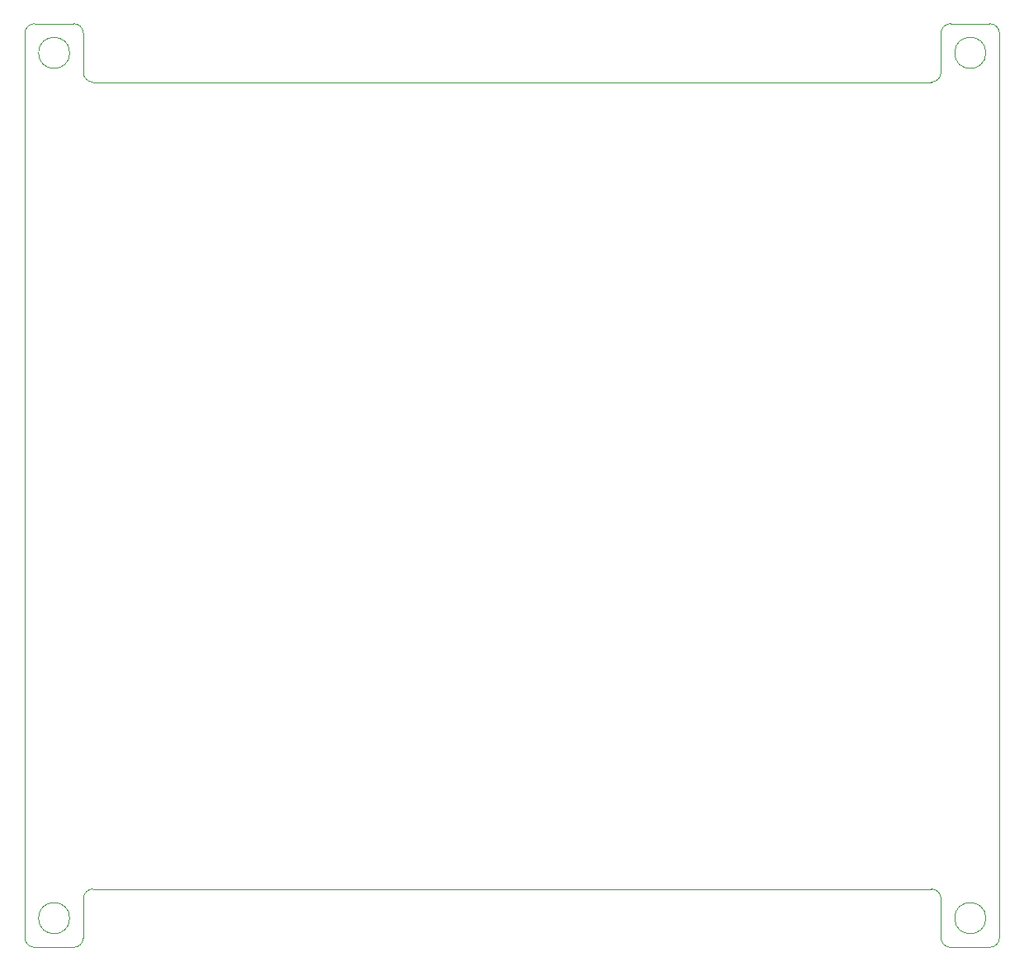
<source format=gm1>
%TF.GenerationSoftware,KiCad,Pcbnew,(5.1.6-0-10_14)*%
%TF.CreationDate,2020-09-19T09:16:03+09:00*%
%TF.ProjectId,qPCR-main,71504352-2d6d-4616-996e-2e6b69636164,rev?*%
%TF.SameCoordinates,Original*%
%TF.FileFunction,Profile,NP*%
%FSLAX46Y46*%
G04 Gerber Fmt 4.6, Leading zero omitted, Abs format (unit mm)*
G04 Created by KiCad (PCBNEW (5.1.6-0-10_14)) date 2020-09-19 09:16:03*
%MOMM*%
%LPD*%
G01*
G04 APERTURE LIST*
%TA.AperFunction,Profile*%
%ADD10C,0.100000*%
%TD*%
G04 APERTURE END LIST*
D10*
X62020000Y-43180000D02*
G75*
G02*
X61020000Y-42180000I0J1000000D01*
G01*
X60020000Y-37180000D02*
G75*
G02*
X61020000Y-38180000I0J-1000000D01*
G01*
X55020000Y-38180000D02*
G75*
G02*
X56020000Y-37180000I1000000J0D01*
G01*
X149020000Y-42180000D02*
G75*
G02*
X148020000Y-43180000I-1000000J0D01*
G01*
X149020000Y-38180000D02*
G75*
G02*
X150020000Y-37180000I1000000J0D01*
G01*
X154020000Y-37180000D02*
G75*
G02*
X155020000Y-38180000I0J-1000000D01*
G01*
X155020000Y-130984000D02*
G75*
G02*
X154020000Y-131984000I-1000000J0D01*
G01*
X150020000Y-131984000D02*
G75*
G02*
X149020000Y-130984000I0J1000000D01*
G01*
X148020000Y-125984000D02*
G75*
G02*
X149020000Y-126984000I0J-1000000D01*
G01*
X61020000Y-126984000D02*
G75*
G02*
X62020000Y-125984000I1000000J0D01*
G01*
X61020000Y-130984000D02*
G75*
G02*
X60020000Y-131984000I-1000000J0D01*
G01*
X56020000Y-131984000D02*
G75*
G02*
X55020000Y-130984000I0J1000000D01*
G01*
X61020000Y-130984000D02*
X61020000Y-126984000D01*
X56020000Y-131984000D02*
X60020000Y-131984000D01*
X149020000Y-130984000D02*
X149020000Y-126984000D01*
X154020000Y-131984000D02*
X150020000Y-131984000D01*
X149020000Y-38180000D02*
X149020000Y-42180000D01*
X154020000Y-37180000D02*
X150020000Y-37180000D01*
X61020000Y-38180000D02*
X61020000Y-42180000D01*
X56020000Y-37180000D02*
X60020000Y-37180000D01*
X153620000Y-40180000D02*
G75*
G03*
X153620000Y-40180000I-1600000J0D01*
G01*
X153620000Y-128984000D02*
G75*
G03*
X153620000Y-128984000I-1600000J0D01*
G01*
X59620000Y-128984000D02*
G75*
G03*
X59620000Y-128984000I-1600000J0D01*
G01*
X59620000Y-40180000D02*
G75*
G03*
X59620000Y-40180000I-1600000J0D01*
G01*
X155020000Y-38180000D02*
X155020000Y-130984000D01*
X62020000Y-43180000D02*
X148020000Y-43180000D01*
X55020000Y-130984000D02*
X55020000Y-38180000D01*
X62020000Y-125984000D02*
X148020000Y-125984000D01*
M02*

</source>
